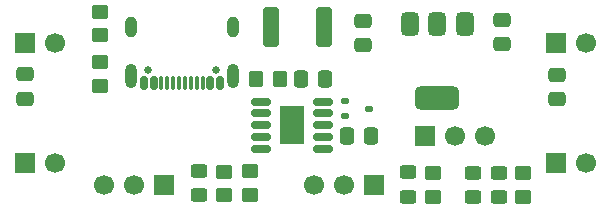
<source format=gbr>
%TF.GenerationSoftware,KiCad,Pcbnew,9.0.3*%
%TF.CreationDate,2025-08-21T23:57:32+02:00*%
%TF.ProjectId,20250807_updi,32303235-3038-4303-975f-757064692e6b,rev?*%
%TF.SameCoordinates,Original*%
%TF.FileFunction,Soldermask,Top*%
%TF.FilePolarity,Negative*%
%FSLAX46Y46*%
G04 Gerber Fmt 4.6, Leading zero omitted, Abs format (unit mm)*
G04 Created by KiCad (PCBNEW 9.0.3) date 2025-08-21 23:57:32*
%MOMM*%
%LPD*%
G01*
G04 APERTURE LIST*
G04 Aperture macros list*
%AMRoundRect*
0 Rectangle with rounded corners*
0 $1 Rounding radius*
0 $2 $3 $4 $5 $6 $7 $8 $9 X,Y pos of 4 corners*
0 Add a 4 corners polygon primitive as box body*
4,1,4,$2,$3,$4,$5,$6,$7,$8,$9,$2,$3,0*
0 Add four circle primitives for the rounded corners*
1,1,$1+$1,$2,$3*
1,1,$1+$1,$4,$5*
1,1,$1+$1,$6,$7*
1,1,$1+$1,$8,$9*
0 Add four rect primitives between the rounded corners*
20,1,$1+$1,$2,$3,$4,$5,0*
20,1,$1+$1,$4,$5,$6,$7,0*
20,1,$1+$1,$6,$7,$8,$9,0*
20,1,$1+$1,$8,$9,$2,$3,0*%
G04 Aperture macros list end*
%ADD10R,1.700000X1.700000*%
%ADD11C,1.700000*%
%ADD12RoundRect,0.250000X0.475000X-0.337500X0.475000X0.337500X-0.475000X0.337500X-0.475000X-0.337500X0*%
%ADD13RoundRect,0.250000X-0.450000X0.325000X-0.450000X-0.325000X0.450000X-0.325000X0.450000X0.325000X0*%
%ADD14RoundRect,0.250000X-0.450000X0.350000X-0.450000X-0.350000X0.450000X-0.350000X0.450000X0.350000X0*%
%ADD15RoundRect,0.250000X0.450000X-0.350000X0.450000X0.350000X-0.450000X0.350000X-0.450000X-0.350000X0*%
%ADD16RoundRect,0.375000X-0.375000X0.625000X-0.375000X-0.625000X0.375000X-0.625000X0.375000X0.625000X0*%
%ADD17RoundRect,0.500000X-1.400000X0.500000X-1.400000X-0.500000X1.400000X-0.500000X1.400000X0.500000X0*%
%ADD18RoundRect,0.250000X-0.475000X0.337500X-0.475000X-0.337500X0.475000X-0.337500X0.475000X0.337500X0*%
%ADD19C,0.650000*%
%ADD20RoundRect,0.150000X0.150000X0.425000X-0.150000X0.425000X-0.150000X-0.425000X0.150000X-0.425000X0*%
%ADD21RoundRect,0.075000X0.075000X0.500000X-0.075000X0.500000X-0.075000X-0.500000X0.075000X-0.500000X0*%
%ADD22O,1.000000X2.100000*%
%ADD23O,1.000000X1.800000*%
%ADD24RoundRect,0.250000X-0.337500X-0.475000X0.337500X-0.475000X0.337500X0.475000X-0.337500X0.475000X0*%
%ADD25RoundRect,0.250000X-0.400000X-1.450000X0.400000X-1.450000X0.400000X1.450000X-0.400000X1.450000X0*%
%ADD26RoundRect,0.250000X-0.350000X-0.450000X0.350000X-0.450000X0.350000X0.450000X-0.350000X0.450000X0*%
%ADD27RoundRect,0.112500X-0.237500X0.112500X-0.237500X-0.112500X0.237500X-0.112500X0.237500X0.112500X0*%
%ADD28RoundRect,0.150000X-0.687500X-0.150000X0.687500X-0.150000X0.687500X0.150000X-0.687500X0.150000X0*%
%ADD29R,2.100000X3.300000*%
G04 APERTURE END LIST*
D10*
%TO.C,J8*%
X222550000Y-96000000D03*
D11*
X220010000Y-96000000D03*
X217470000Y-96000000D03*
%TD*%
D12*
%TO.C,C2*%
X233450000Y-84100000D03*
X233450000Y-82025000D03*
%TD*%
D13*
%TO.C,D6*%
X207800000Y-94850000D03*
X207800000Y-96900000D03*
%TD*%
D10*
%TO.C,J3*%
X193000000Y-94160000D03*
D11*
X195540000Y-94160000D03*
%TD*%
D13*
%TO.C,D7*%
X225500000Y-94950000D03*
X225500000Y-97000000D03*
%TD*%
D14*
%TO.C,R5*%
X235200000Y-95000000D03*
X235200000Y-97000000D03*
%TD*%
D15*
%TO.C,R6*%
X209900000Y-96900000D03*
X209900000Y-94900000D03*
%TD*%
D10*
%TO.C,J5*%
X238000000Y-94160000D03*
D11*
X240540000Y-94160000D03*
%TD*%
D16*
%TO.C,U2*%
X230250000Y-82350000D03*
X227950000Y-82350000D03*
D17*
X227950000Y-88650000D03*
D16*
X225650000Y-82350000D03*
%TD*%
D18*
%TO.C,C1*%
X221650000Y-82100000D03*
X221650000Y-84175000D03*
%TD*%
D19*
%TO.C,J1*%
X209210000Y-86300000D03*
X203430000Y-86300000D03*
D20*
X209520000Y-87375000D03*
X208720000Y-87375000D03*
D21*
X207570000Y-87375000D03*
X206570000Y-87375000D03*
X206070000Y-87375000D03*
X205070000Y-87375000D03*
D20*
X203920000Y-87375000D03*
X203120000Y-87375000D03*
X203120000Y-87375000D03*
X203920000Y-87375000D03*
D21*
X204570000Y-87375000D03*
X205570000Y-87375000D03*
X207070000Y-87375000D03*
X208070000Y-87375000D03*
D20*
X208720000Y-87375000D03*
X209520000Y-87375000D03*
D22*
X210640000Y-86800000D03*
D23*
X210640000Y-82620000D03*
D22*
X202000000Y-86800000D03*
D23*
X202000000Y-82620000D03*
%TD*%
D24*
%TO.C,C6*%
X216400000Y-87025000D03*
X218475000Y-87025000D03*
%TD*%
D10*
%TO.C,J2*%
X193000000Y-84000000D03*
D11*
X195540000Y-84000000D03*
%TD*%
D25*
%TO.C,F1*%
X213875000Y-82650000D03*
X218325000Y-82650000D03*
%TD*%
D15*
%TO.C,R2*%
X199400000Y-83350000D03*
X199400000Y-81350000D03*
%TD*%
D26*
%TO.C,R4*%
X212600000Y-87050000D03*
X214600000Y-87050000D03*
%TD*%
D10*
%TO.C,J7*%
X226900000Y-91900000D03*
D11*
X229440000Y-91900000D03*
X231980000Y-91900000D03*
%TD*%
D14*
%TO.C,R3*%
X199400000Y-85600000D03*
X199400000Y-87600000D03*
%TD*%
D18*
%TO.C,C5*%
X238050000Y-86662500D03*
X238050000Y-88737500D03*
%TD*%
D10*
%TO.C,J4*%
X238000000Y-84000000D03*
D11*
X240540000Y-84000000D03*
%TD*%
D27*
%TO.C,D1*%
X220125000Y-88900000D03*
X220125000Y-90200000D03*
X222125000Y-89550000D03*
%TD*%
D13*
%TO.C,D5*%
X233200000Y-95000000D03*
X233200000Y-97050000D03*
%TD*%
D14*
%TO.C,R1*%
X212050000Y-94850000D03*
X212050000Y-96850000D03*
%TD*%
D10*
%TO.C,J6*%
X204780000Y-96000000D03*
D11*
X202240000Y-96000000D03*
X199700000Y-96000000D03*
%TD*%
D18*
%TO.C,C4*%
X193000000Y-86650000D03*
X193000000Y-88725000D03*
%TD*%
D24*
%TO.C,C3*%
X220262500Y-91900000D03*
X222337500Y-91900000D03*
%TD*%
D13*
%TO.C,D4*%
X231000000Y-95000000D03*
X231000000Y-97050000D03*
%TD*%
D15*
%TO.C,R7*%
X227600000Y-97000000D03*
X227600000Y-95000000D03*
%TD*%
D28*
%TO.C,U1*%
X213000000Y-88950000D03*
X213000000Y-89950000D03*
X213000000Y-90950000D03*
X213000000Y-91950000D03*
X213000000Y-92950000D03*
X218275000Y-92950000D03*
X218275000Y-91950000D03*
X218275000Y-90950000D03*
X218275000Y-89950000D03*
X218275000Y-88950000D03*
D29*
X215637500Y-90950000D03*
%TD*%
M02*

</source>
